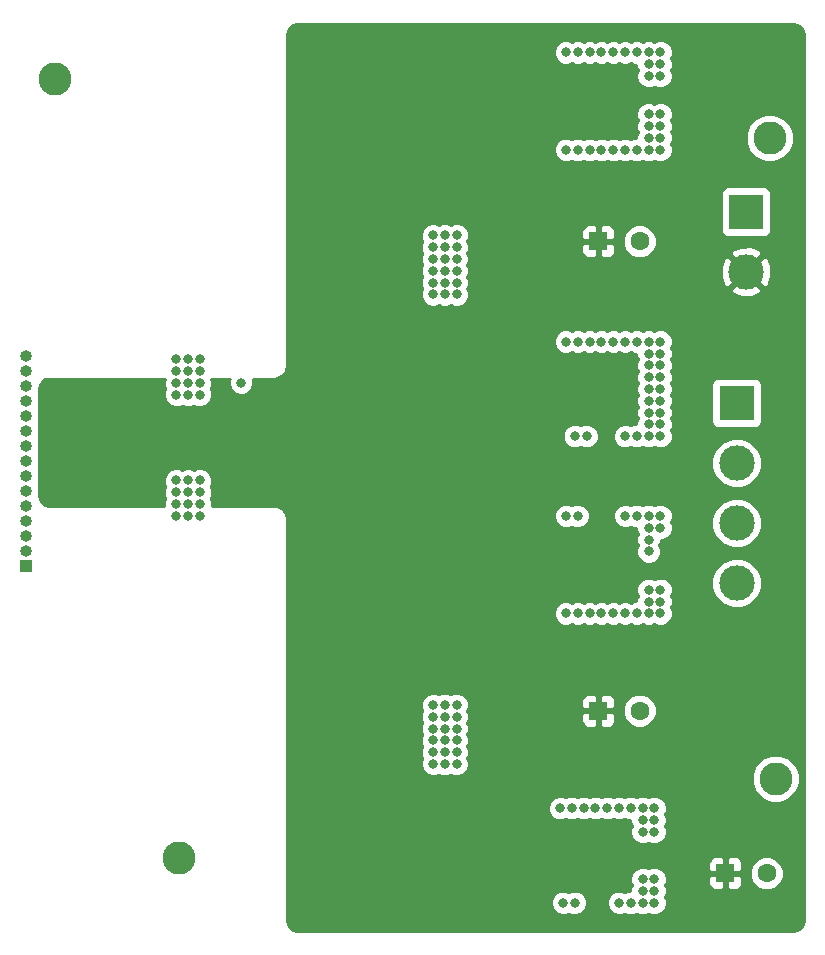
<source format=gbr>
G04 #@! TF.GenerationSoftware,KiCad,Pcbnew,5.0.2-bee76a0~70~ubuntu18.04.1*
G04 #@! TF.CreationDate,2019-02-27T20:57:34-05:00*
G04 #@! TF.ProjectId,Stepper Motor Prototype,53746570-7065-4722-904d-6f746f722050,rev?*
G04 #@! TF.SameCoordinates,Original*
G04 #@! TF.FileFunction,Copper,L3,Inr*
G04 #@! TF.FilePolarity,Positive*
%FSLAX46Y46*%
G04 Gerber Fmt 4.6, Leading zero omitted, Abs format (unit mm)*
G04 Created by KiCad (PCBNEW 5.0.2-bee76a0~70~ubuntu18.04.1) date Wed 27 Feb 2019 08:57:34 PM EST*
%MOMM*%
%LPD*%
G01*
G04 APERTURE LIST*
G04 #@! TA.AperFunction,ViaPad*
%ADD10C,3.000000*%
G04 #@! TD*
G04 #@! TA.AperFunction,ViaPad*
%ADD11R,3.000000X3.000000*%
G04 #@! TD*
G04 #@! TA.AperFunction,ViaPad*
%ADD12C,1.600000*%
G04 #@! TD*
G04 #@! TA.AperFunction,ViaPad*
%ADD13R,1.600000X1.600000*%
G04 #@! TD*
G04 #@! TA.AperFunction,ViaPad*
%ADD14C,2.800000*%
G04 #@! TD*
G04 #@! TA.AperFunction,ViaPad*
%ADD15O,1.000000X1.000000*%
G04 #@! TD*
G04 #@! TA.AperFunction,ViaPad*
%ADD16R,1.000000X1.000000*%
G04 #@! TD*
G04 #@! TA.AperFunction,ViaPad*
%ADD17C,0.800000*%
G04 #@! TD*
G04 #@! TA.AperFunction,Conductor*
%ADD18C,0.254000*%
G04 #@! TD*
G04 APERTURE END LIST*
D10*
G04 #@! TO.N,+24V*
G04 #@! TO.C,J2*
X174000000Y-72080000D03*
D11*
G04 #@! TO.N,GND*
X174000000Y-67000000D03*
G04 #@! TD*
D10*
G04 #@! TO.N,Net-(J3-Pad4)*
G04 #@! TO.C,J3*
X173200000Y-98440000D03*
D11*
G04 #@! TO.N,/AOUT1*
X173200000Y-83200000D03*
D10*
G04 #@! TO.N,Net-(J3-Pad3)*
X173200000Y-93360000D03*
G04 #@! TO.N,/AOUT2*
X173200000Y-88280000D03*
G04 #@! TD*
D12*
G04 #@! TO.N,GND*
G04 #@! TO.C,C1*
X175750000Y-123000000D03*
D13*
G04 #@! TO.N,+24V*
X172250000Y-123000000D03*
G04 #@! TD*
D14*
G04 #@! TO.N,GND*
G04 #@! TO.C,TP1*
X115500000Y-55750000D03*
G04 #@! TD*
G04 #@! TO.N,GND*
G04 #@! TO.C,TP2*
X176000000Y-60750000D03*
G04 #@! TD*
G04 #@! TO.N,GND*
G04 #@! TO.C,TP3*
X126000000Y-121750000D03*
G04 #@! TD*
G04 #@! TO.N,GND*
G04 #@! TO.C,TP4*
X176500000Y-115000000D03*
G04 #@! TD*
D15*
G04 #@! TO.N,Net-(J1-Pad15)*
G04 #@! TO.C,J1*
X113000000Y-79220000D03*
G04 #@! TO.N,Net-(J1-Pad14)*
X113000000Y-80490000D03*
G04 #@! TO.N,Net-(J1-Pad13)*
X113000000Y-81760000D03*
G04 #@! TO.N,Net-(J1-Pad12)*
X113000000Y-83030000D03*
G04 #@! TO.N,Net-(J1-Pad11)*
X113000000Y-84300000D03*
G04 #@! TO.N,Net-(J1-Pad10)*
X113000000Y-85570000D03*
G04 #@! TO.N,Net-(J1-Pad9)*
X113000000Y-86840000D03*
G04 #@! TO.N,Net-(J1-Pad8)*
X113000000Y-88110000D03*
G04 #@! TO.N,Net-(J1-Pad7)*
X113000000Y-89380000D03*
G04 #@! TO.N,Net-(J1-Pad6)*
X113000000Y-90650000D03*
G04 #@! TO.N,Net-(J1-Pad5)*
X113000000Y-91920000D03*
G04 #@! TO.N,Net-(J1-Pad4)*
X113000000Y-93190000D03*
G04 #@! TO.N,+3V3*
X113000000Y-94460000D03*
G04 #@! TO.N,+1V8*
X113000000Y-95730000D03*
D16*
G04 #@! TO.N,GND*
X113000000Y-97000000D03*
G04 #@! TD*
D13*
G04 #@! TO.N,+24V*
G04 #@! TO.C,C9*
X161500000Y-69500000D03*
D12*
G04 #@! TO.N,GND*
X165000000Y-69500000D03*
G04 #@! TD*
G04 #@! TO.N,GND*
G04 #@! TO.C,C12*
X165000000Y-109250000D03*
D13*
G04 #@! TO.N,+24V*
X161500000Y-109250000D03*
G04 #@! TD*
D17*
G04 #@! TO.N,GND*
X125750000Y-92750000D03*
X126750000Y-92750000D03*
X125750000Y-91750000D03*
X126750000Y-91750000D03*
X127750000Y-91750000D03*
X127750000Y-92750000D03*
X127750000Y-90750000D03*
X126750000Y-90750000D03*
X125750000Y-90750000D03*
X125750000Y-89750000D03*
X126750000Y-89750000D03*
X127750000Y-89750000D03*
X125750000Y-79500000D03*
X127750000Y-82500000D03*
X127750000Y-81500000D03*
X126750000Y-82500000D03*
X125750000Y-81500000D03*
X125750000Y-80500000D03*
X126750000Y-81500000D03*
X127750000Y-80500000D03*
X127750000Y-79500000D03*
X125750000Y-82500000D03*
X126750000Y-80500000D03*
X126750000Y-79500000D03*
X131251654Y-81474990D03*
X147500000Y-69000000D03*
X148500000Y-69000000D03*
X149500000Y-69000000D03*
X149500000Y-70000000D03*
X148500000Y-70000000D03*
X147500000Y-70000000D03*
X147500000Y-71000000D03*
X148500000Y-70000000D03*
X148500000Y-70000000D03*
X148500000Y-71000000D03*
X149500000Y-71000000D03*
X149500000Y-72000000D03*
X148500000Y-72000000D03*
X147500000Y-72000000D03*
X147500000Y-73000000D03*
X148500000Y-73000000D03*
X149500000Y-73000000D03*
X148500000Y-74000000D03*
X147500000Y-74000000D03*
X149500000Y-74000000D03*
X147500000Y-110750000D03*
X148500000Y-113750000D03*
X149500000Y-113750000D03*
X149500000Y-108750000D03*
X147500000Y-112750000D03*
X149500000Y-111750000D03*
X147500000Y-113750000D03*
X148500000Y-111750000D03*
X148500000Y-108750000D03*
X147500000Y-108750000D03*
X148500000Y-109750000D03*
X147500000Y-111750000D03*
X149500000Y-110750000D03*
X148500000Y-110750000D03*
X147500000Y-109750000D03*
X148500000Y-112750000D03*
X148500000Y-109750000D03*
X149500000Y-112750000D03*
X148500000Y-109750000D03*
X149500000Y-109750000D03*
G04 #@! TO.N,+24V*
X141750000Y-117500000D03*
X141750000Y-117500000D03*
X141750000Y-117500000D03*
X142750000Y-117500000D03*
X143750000Y-117500000D03*
X144750000Y-117500000D03*
X145750000Y-117500000D03*
X146750000Y-117500000D03*
X147750000Y-117500000D03*
X148750000Y-117500000D03*
X149750000Y-118500000D03*
X149750000Y-119500000D03*
X149750000Y-120500000D03*
X149750000Y-121500000D03*
X149750000Y-122500000D03*
X149750000Y-123500000D03*
X149750000Y-124500000D03*
X149600000Y-125400000D03*
X148750000Y-125500000D03*
X147750000Y-125500000D03*
X146750000Y-125500000D03*
X145750000Y-125500000D03*
X144750000Y-125500000D03*
X143750000Y-125500000D03*
X142750000Y-125500000D03*
X141750000Y-125500000D03*
X149750000Y-117500000D03*
X149750000Y-97000000D03*
X149750000Y-99000000D03*
X147750000Y-93000000D03*
X141750000Y-93000000D03*
X149750000Y-95000000D03*
X149750000Y-94000000D03*
X141750000Y-93000000D03*
X149750000Y-101000000D03*
X146750000Y-93000000D03*
X142750000Y-93000000D03*
X146750000Y-101000000D03*
X147750000Y-101000000D03*
X149750000Y-100000000D03*
X148750000Y-93000000D03*
X144750000Y-101000000D03*
X149750000Y-96000000D03*
X141750000Y-93000000D03*
X143750000Y-101000000D03*
X142750000Y-101000000D03*
X149750000Y-98000000D03*
X145750000Y-101000000D03*
X148750000Y-101000000D03*
X145750000Y-93000000D03*
X144750000Y-93000000D03*
X141750000Y-101000000D03*
X143750000Y-93000000D03*
X149750000Y-93000000D03*
X148750000Y-86000000D03*
X144750000Y-78000000D03*
X141750000Y-86000000D03*
X141750000Y-78000000D03*
X147750000Y-86000000D03*
X149750000Y-82000000D03*
X149750000Y-79000000D03*
X149750000Y-80000000D03*
X143750000Y-86000000D03*
X148750000Y-78000000D03*
X144750000Y-86000000D03*
X145750000Y-86000000D03*
X149750000Y-78000000D03*
X149750000Y-86000000D03*
X141750000Y-78000000D03*
X146750000Y-86000000D03*
X149750000Y-85000000D03*
X141750000Y-78000000D03*
X149750000Y-81000000D03*
X149750000Y-83000000D03*
X149750000Y-84000000D03*
X143750000Y-78000000D03*
X147750000Y-78000000D03*
X146750000Y-78000000D03*
X142750000Y-86000000D03*
X142750000Y-78000000D03*
X145750000Y-78000000D03*
X149250000Y-53500000D03*
X149250000Y-55500000D03*
X147250000Y-61500000D03*
X143250000Y-61500000D03*
X146250000Y-61500000D03*
X148250000Y-53500000D03*
X144250000Y-61500000D03*
X149250000Y-58500000D03*
X142250000Y-53500000D03*
X149250000Y-54500000D03*
X144250000Y-53500000D03*
X149250000Y-61500000D03*
X149250000Y-60500000D03*
X145250000Y-61500000D03*
X149250000Y-59500000D03*
X147250000Y-53500000D03*
X141250000Y-53500000D03*
X141250000Y-53500000D03*
X149250000Y-57500000D03*
X145250000Y-53500000D03*
X148250000Y-61500000D03*
X142250000Y-61500000D03*
X141250000Y-53500000D03*
X141250000Y-61500000D03*
X149250000Y-56500000D03*
X146250000Y-53500000D03*
X143250000Y-53500000D03*
X121050000Y-83200000D03*
G04 #@! TO.N,Net-(J3-Pad4)*
X158250000Y-117500000D03*
X159250000Y-117500000D03*
X160250000Y-117500000D03*
X161250000Y-117500000D03*
X162250000Y-117500000D03*
X163250000Y-117500000D03*
X164250000Y-117500000D03*
X165250000Y-117500000D03*
X166250000Y-117500000D03*
X166250000Y-118500000D03*
X165250000Y-118500000D03*
X165250000Y-119500000D03*
X166250000Y-119500000D03*
X166250000Y-123500000D03*
X165250000Y-123500000D03*
X165250000Y-124500000D03*
X166250000Y-124500000D03*
X166250000Y-125500000D03*
X165250000Y-125500000D03*
X164250000Y-125500000D03*
X163250000Y-125500000D03*
X159500000Y-125500000D03*
X158500000Y-125500000D03*
G04 #@! TO.N,Net-(J3-Pad3)*
X158750000Y-92750000D03*
X159750000Y-92750000D03*
X166750000Y-92750000D03*
X165750000Y-92750000D03*
X165750000Y-93750000D03*
X166750000Y-93750000D03*
X165750000Y-94750000D03*
X165750000Y-95750000D03*
X164750000Y-92750000D03*
X163750000Y-92750000D03*
X166750000Y-101000000D03*
X165750000Y-101000000D03*
X164750000Y-101000000D03*
X163750000Y-101000000D03*
X162750000Y-101000000D03*
X161750000Y-101000000D03*
X160750000Y-101000000D03*
X159750000Y-101000000D03*
X158750000Y-101000000D03*
X165750000Y-100000000D03*
X166750000Y-100000000D03*
X166750000Y-99000000D03*
X165750000Y-99000000D03*
G04 #@! TO.N,/AOUT1*
X158750000Y-53500000D03*
X159750000Y-53500000D03*
X160750000Y-53500000D03*
X161750000Y-53500000D03*
X162750000Y-53500000D03*
X163750000Y-53500000D03*
X164750000Y-53500000D03*
X165750000Y-53500000D03*
X166750000Y-53500000D03*
X166750000Y-54500000D03*
X165750000Y-54500000D03*
X165750000Y-55500000D03*
X166750000Y-55500000D03*
X166750000Y-61750000D03*
X165750000Y-61750000D03*
X165750000Y-61750000D03*
X165750000Y-61750000D03*
X165750000Y-60750000D03*
X166750000Y-60750000D03*
X166750000Y-59750000D03*
X165750000Y-59750000D03*
X165750000Y-58750000D03*
X166750000Y-58750000D03*
X164750000Y-61750000D03*
X163750000Y-61750000D03*
X162750000Y-61750000D03*
X161750000Y-61750000D03*
X160750000Y-61750000D03*
X159750000Y-61750000D03*
X158750000Y-61750000D03*
G04 #@! TO.N,/AOUT2*
X158750000Y-78000000D03*
X159750000Y-78000000D03*
X160750000Y-78000000D03*
X161750000Y-78000000D03*
X162750000Y-78000000D03*
X163750000Y-78000000D03*
X164750000Y-78000000D03*
X165750000Y-78000000D03*
X166750000Y-78000000D03*
X166750000Y-79000000D03*
X165750000Y-79000000D03*
X165750000Y-80000000D03*
X166750000Y-80000000D03*
X166750000Y-81000000D03*
X165750000Y-81000000D03*
X165750000Y-82000000D03*
X166750000Y-82000000D03*
X166750000Y-83000000D03*
X165750000Y-83000000D03*
X165750000Y-84000000D03*
X166750000Y-84000000D03*
X166750000Y-85000000D03*
X165750000Y-85000000D03*
X165750000Y-86000000D03*
X166750000Y-86000000D03*
X164750000Y-86000000D03*
X163750000Y-86000000D03*
X160500000Y-86000000D03*
X159500000Y-86000000D03*
G04 #@! TD*
D18*
G04 #@! TO.N,+24V*
G36*
X178333130Y-51195752D02*
X178615545Y-51384455D01*
X178804248Y-51666870D01*
X178873000Y-52012509D01*
X178873000Y-126987491D01*
X178804248Y-127333130D01*
X178615545Y-127615545D01*
X178333130Y-127804248D01*
X177987491Y-127873000D01*
X136012509Y-127873000D01*
X135666870Y-127804248D01*
X135384455Y-127615545D01*
X135195752Y-127333130D01*
X135127000Y-126987491D01*
X135127000Y-125294126D01*
X157465000Y-125294126D01*
X157465000Y-125705874D01*
X157622569Y-126086280D01*
X157913720Y-126377431D01*
X158294126Y-126535000D01*
X158705874Y-126535000D01*
X159000000Y-126413169D01*
X159294126Y-126535000D01*
X159705874Y-126535000D01*
X160086280Y-126377431D01*
X160377431Y-126086280D01*
X160535000Y-125705874D01*
X160535000Y-125294126D01*
X162215000Y-125294126D01*
X162215000Y-125705874D01*
X162372569Y-126086280D01*
X162663720Y-126377431D01*
X163044126Y-126535000D01*
X163455874Y-126535000D01*
X163750000Y-126413169D01*
X164044126Y-126535000D01*
X164455874Y-126535000D01*
X164750000Y-126413169D01*
X165044126Y-126535000D01*
X165455874Y-126535000D01*
X165750000Y-126413169D01*
X166044126Y-126535000D01*
X166455874Y-126535000D01*
X166836280Y-126377431D01*
X167127431Y-126086280D01*
X167285000Y-125705874D01*
X167285000Y-125294126D01*
X167163169Y-125000000D01*
X167285000Y-124705874D01*
X167285000Y-124294126D01*
X167163169Y-124000000D01*
X167285000Y-123705874D01*
X167285000Y-123294126D01*
X167281531Y-123285750D01*
X170815000Y-123285750D01*
X170815000Y-123926310D01*
X170911673Y-124159699D01*
X171090302Y-124338327D01*
X171323691Y-124435000D01*
X171964250Y-124435000D01*
X172123000Y-124276250D01*
X172123000Y-123127000D01*
X172377000Y-123127000D01*
X172377000Y-124276250D01*
X172535750Y-124435000D01*
X173176309Y-124435000D01*
X173409698Y-124338327D01*
X173588327Y-124159699D01*
X173685000Y-123926310D01*
X173685000Y-123285750D01*
X173526250Y-123127000D01*
X172377000Y-123127000D01*
X172123000Y-123127000D01*
X170973750Y-123127000D01*
X170815000Y-123285750D01*
X167281531Y-123285750D01*
X167127431Y-122913720D01*
X166836280Y-122622569D01*
X166455874Y-122465000D01*
X166044126Y-122465000D01*
X165750000Y-122586831D01*
X165455874Y-122465000D01*
X165044126Y-122465000D01*
X164663720Y-122622569D01*
X164372569Y-122913720D01*
X164215000Y-123294126D01*
X164215000Y-123705874D01*
X164336831Y-124000000D01*
X164215000Y-124294126D01*
X164215000Y-124465000D01*
X164044126Y-124465000D01*
X163750000Y-124586831D01*
X163455874Y-124465000D01*
X163044126Y-124465000D01*
X162663720Y-124622569D01*
X162372569Y-124913720D01*
X162215000Y-125294126D01*
X160535000Y-125294126D01*
X160377431Y-124913720D01*
X160086280Y-124622569D01*
X159705874Y-124465000D01*
X159294126Y-124465000D01*
X159000000Y-124586831D01*
X158705874Y-124465000D01*
X158294126Y-124465000D01*
X157913720Y-124622569D01*
X157622569Y-124913720D01*
X157465000Y-125294126D01*
X135127000Y-125294126D01*
X135127000Y-122073690D01*
X170815000Y-122073690D01*
X170815000Y-122714250D01*
X170973750Y-122873000D01*
X172123000Y-122873000D01*
X172123000Y-121723750D01*
X172377000Y-121723750D01*
X172377000Y-122873000D01*
X173526250Y-122873000D01*
X173684689Y-122714561D01*
X174315000Y-122714561D01*
X174315000Y-123285439D01*
X174533466Y-123812862D01*
X174937138Y-124216534D01*
X175464561Y-124435000D01*
X176035439Y-124435000D01*
X176562862Y-124216534D01*
X176966534Y-123812862D01*
X177185000Y-123285439D01*
X177185000Y-122714561D01*
X176966534Y-122187138D01*
X176562862Y-121783466D01*
X176035439Y-121565000D01*
X175464561Y-121565000D01*
X174937138Y-121783466D01*
X174533466Y-122187138D01*
X174315000Y-122714561D01*
X173684689Y-122714561D01*
X173685000Y-122714250D01*
X173685000Y-122073690D01*
X173588327Y-121840301D01*
X173409698Y-121661673D01*
X173176309Y-121565000D01*
X172535750Y-121565000D01*
X172377000Y-121723750D01*
X172123000Y-121723750D01*
X171964250Y-121565000D01*
X171323691Y-121565000D01*
X171090302Y-121661673D01*
X170911673Y-121840301D01*
X170815000Y-122073690D01*
X135127000Y-122073690D01*
X135127000Y-117294126D01*
X157215000Y-117294126D01*
X157215000Y-117705874D01*
X157372569Y-118086280D01*
X157663720Y-118377431D01*
X158044126Y-118535000D01*
X158455874Y-118535000D01*
X158750000Y-118413169D01*
X159044126Y-118535000D01*
X159455874Y-118535000D01*
X159750000Y-118413169D01*
X160044126Y-118535000D01*
X160455874Y-118535000D01*
X160750000Y-118413169D01*
X161044126Y-118535000D01*
X161455874Y-118535000D01*
X161750000Y-118413169D01*
X162044126Y-118535000D01*
X162455874Y-118535000D01*
X162750000Y-118413169D01*
X163044126Y-118535000D01*
X163455874Y-118535000D01*
X163750000Y-118413169D01*
X164044126Y-118535000D01*
X164215000Y-118535000D01*
X164215000Y-118705874D01*
X164336831Y-119000000D01*
X164215000Y-119294126D01*
X164215000Y-119705874D01*
X164372569Y-120086280D01*
X164663720Y-120377431D01*
X165044126Y-120535000D01*
X165455874Y-120535000D01*
X165750000Y-120413169D01*
X166044126Y-120535000D01*
X166455874Y-120535000D01*
X166836280Y-120377431D01*
X167127431Y-120086280D01*
X167285000Y-119705874D01*
X167285000Y-119294126D01*
X167163169Y-119000000D01*
X167285000Y-118705874D01*
X167285000Y-118294126D01*
X167163169Y-118000000D01*
X167285000Y-117705874D01*
X167285000Y-117294126D01*
X167127431Y-116913720D01*
X166836280Y-116622569D01*
X166455874Y-116465000D01*
X166044126Y-116465000D01*
X165750000Y-116586831D01*
X165455874Y-116465000D01*
X165044126Y-116465000D01*
X164750000Y-116586831D01*
X164455874Y-116465000D01*
X164044126Y-116465000D01*
X163750000Y-116586831D01*
X163455874Y-116465000D01*
X163044126Y-116465000D01*
X162750000Y-116586831D01*
X162455874Y-116465000D01*
X162044126Y-116465000D01*
X161750000Y-116586831D01*
X161455874Y-116465000D01*
X161044126Y-116465000D01*
X160750000Y-116586831D01*
X160455874Y-116465000D01*
X160044126Y-116465000D01*
X159750000Y-116586831D01*
X159455874Y-116465000D01*
X159044126Y-116465000D01*
X158750000Y-116586831D01*
X158455874Y-116465000D01*
X158044126Y-116465000D01*
X157663720Y-116622569D01*
X157372569Y-116913720D01*
X157215000Y-117294126D01*
X135127000Y-117294126D01*
X135127000Y-108544126D01*
X146465000Y-108544126D01*
X146465000Y-108955874D01*
X146586831Y-109250000D01*
X146465000Y-109544126D01*
X146465000Y-109955874D01*
X146586831Y-110250000D01*
X146465000Y-110544126D01*
X146465000Y-110955874D01*
X146586831Y-111250000D01*
X146465000Y-111544126D01*
X146465000Y-111955874D01*
X146586831Y-112250000D01*
X146465000Y-112544126D01*
X146465000Y-112955874D01*
X146586831Y-113250000D01*
X146465000Y-113544126D01*
X146465000Y-113955874D01*
X146622569Y-114336280D01*
X146913720Y-114627431D01*
X147294126Y-114785000D01*
X147705874Y-114785000D01*
X148000000Y-114663169D01*
X148294126Y-114785000D01*
X148705874Y-114785000D01*
X149000000Y-114663169D01*
X149294126Y-114785000D01*
X149705874Y-114785000D01*
X150086280Y-114627431D01*
X150118498Y-114595213D01*
X174465000Y-114595213D01*
X174465000Y-115404787D01*
X174774810Y-116152735D01*
X175347265Y-116725190D01*
X176095213Y-117035000D01*
X176904787Y-117035000D01*
X177652735Y-116725190D01*
X178225190Y-116152735D01*
X178535000Y-115404787D01*
X178535000Y-114595213D01*
X178225190Y-113847265D01*
X177652735Y-113274810D01*
X176904787Y-112965000D01*
X176095213Y-112965000D01*
X175347265Y-113274810D01*
X174774810Y-113847265D01*
X174465000Y-114595213D01*
X150118498Y-114595213D01*
X150377431Y-114336280D01*
X150535000Y-113955874D01*
X150535000Y-113544126D01*
X150413169Y-113250000D01*
X150535000Y-112955874D01*
X150535000Y-112544126D01*
X150413169Y-112250000D01*
X150535000Y-111955874D01*
X150535000Y-111544126D01*
X150413169Y-111250000D01*
X150535000Y-110955874D01*
X150535000Y-110544126D01*
X150413169Y-110250000D01*
X150535000Y-109955874D01*
X150535000Y-109544126D01*
X150531531Y-109535750D01*
X160065000Y-109535750D01*
X160065000Y-110176310D01*
X160161673Y-110409699D01*
X160340302Y-110588327D01*
X160573691Y-110685000D01*
X161214250Y-110685000D01*
X161373000Y-110526250D01*
X161373000Y-109377000D01*
X161627000Y-109377000D01*
X161627000Y-110526250D01*
X161785750Y-110685000D01*
X162426309Y-110685000D01*
X162659698Y-110588327D01*
X162838327Y-110409699D01*
X162935000Y-110176310D01*
X162935000Y-109535750D01*
X162776250Y-109377000D01*
X161627000Y-109377000D01*
X161373000Y-109377000D01*
X160223750Y-109377000D01*
X160065000Y-109535750D01*
X150531531Y-109535750D01*
X150413169Y-109250000D01*
X150535000Y-108955874D01*
X150535000Y-108544126D01*
X150443693Y-108323690D01*
X160065000Y-108323690D01*
X160065000Y-108964250D01*
X160223750Y-109123000D01*
X161373000Y-109123000D01*
X161373000Y-107973750D01*
X161627000Y-107973750D01*
X161627000Y-109123000D01*
X162776250Y-109123000D01*
X162934689Y-108964561D01*
X163565000Y-108964561D01*
X163565000Y-109535439D01*
X163783466Y-110062862D01*
X164187138Y-110466534D01*
X164714561Y-110685000D01*
X165285439Y-110685000D01*
X165812862Y-110466534D01*
X166216534Y-110062862D01*
X166435000Y-109535439D01*
X166435000Y-108964561D01*
X166216534Y-108437138D01*
X165812862Y-108033466D01*
X165285439Y-107815000D01*
X164714561Y-107815000D01*
X164187138Y-108033466D01*
X163783466Y-108437138D01*
X163565000Y-108964561D01*
X162934689Y-108964561D01*
X162935000Y-108964250D01*
X162935000Y-108323690D01*
X162838327Y-108090301D01*
X162659698Y-107911673D01*
X162426309Y-107815000D01*
X161785750Y-107815000D01*
X161627000Y-107973750D01*
X161373000Y-107973750D01*
X161214250Y-107815000D01*
X160573691Y-107815000D01*
X160340302Y-107911673D01*
X160161673Y-108090301D01*
X160065000Y-108323690D01*
X150443693Y-108323690D01*
X150377431Y-108163720D01*
X150086280Y-107872569D01*
X149705874Y-107715000D01*
X149294126Y-107715000D01*
X149000000Y-107836831D01*
X148705874Y-107715000D01*
X148294126Y-107715000D01*
X148000000Y-107836831D01*
X147705874Y-107715000D01*
X147294126Y-107715000D01*
X146913720Y-107872569D01*
X146622569Y-108163720D01*
X146465000Y-108544126D01*
X135127000Y-108544126D01*
X135127000Y-100794126D01*
X157715000Y-100794126D01*
X157715000Y-101205874D01*
X157872569Y-101586280D01*
X158163720Y-101877431D01*
X158544126Y-102035000D01*
X158955874Y-102035000D01*
X159250000Y-101913169D01*
X159544126Y-102035000D01*
X159955874Y-102035000D01*
X160250000Y-101913169D01*
X160544126Y-102035000D01*
X160955874Y-102035000D01*
X161250000Y-101913169D01*
X161544126Y-102035000D01*
X161955874Y-102035000D01*
X162250000Y-101913169D01*
X162544126Y-102035000D01*
X162955874Y-102035000D01*
X163250000Y-101913169D01*
X163544126Y-102035000D01*
X163955874Y-102035000D01*
X164250000Y-101913169D01*
X164544126Y-102035000D01*
X164955874Y-102035000D01*
X165250000Y-101913169D01*
X165544126Y-102035000D01*
X165955874Y-102035000D01*
X166250000Y-101913169D01*
X166544126Y-102035000D01*
X166955874Y-102035000D01*
X167336280Y-101877431D01*
X167627431Y-101586280D01*
X167785000Y-101205874D01*
X167785000Y-100794126D01*
X167663169Y-100500000D01*
X167785000Y-100205874D01*
X167785000Y-99794126D01*
X167663169Y-99500000D01*
X167785000Y-99205874D01*
X167785000Y-98794126D01*
X167627431Y-98413720D01*
X167336280Y-98122569D01*
X167077363Y-98015322D01*
X171065000Y-98015322D01*
X171065000Y-98864678D01*
X171390034Y-99649380D01*
X171990620Y-100249966D01*
X172775322Y-100575000D01*
X173624678Y-100575000D01*
X174409380Y-100249966D01*
X175009966Y-99649380D01*
X175335000Y-98864678D01*
X175335000Y-98015322D01*
X175009966Y-97230620D01*
X174409380Y-96630034D01*
X173624678Y-96305000D01*
X172775322Y-96305000D01*
X171990620Y-96630034D01*
X171390034Y-97230620D01*
X171065000Y-98015322D01*
X167077363Y-98015322D01*
X166955874Y-97965000D01*
X166544126Y-97965000D01*
X166250000Y-98086831D01*
X165955874Y-97965000D01*
X165544126Y-97965000D01*
X165163720Y-98122569D01*
X164872569Y-98413720D01*
X164715000Y-98794126D01*
X164715000Y-99205874D01*
X164836831Y-99500000D01*
X164715000Y-99794126D01*
X164715000Y-99965000D01*
X164544126Y-99965000D01*
X164250000Y-100086831D01*
X163955874Y-99965000D01*
X163544126Y-99965000D01*
X163250000Y-100086831D01*
X162955874Y-99965000D01*
X162544126Y-99965000D01*
X162250000Y-100086831D01*
X161955874Y-99965000D01*
X161544126Y-99965000D01*
X161250000Y-100086831D01*
X160955874Y-99965000D01*
X160544126Y-99965000D01*
X160250000Y-100086831D01*
X159955874Y-99965000D01*
X159544126Y-99965000D01*
X159250000Y-100086831D01*
X158955874Y-99965000D01*
X158544126Y-99965000D01*
X158163720Y-100122569D01*
X157872569Y-100413720D01*
X157715000Y-100794126D01*
X135127000Y-100794126D01*
X135127000Y-93000000D01*
X135124560Y-92975224D01*
X135048440Y-92592541D01*
X135029477Y-92546760D01*
X135027718Y-92544126D01*
X157715000Y-92544126D01*
X157715000Y-92955874D01*
X157872569Y-93336280D01*
X158163720Y-93627431D01*
X158544126Y-93785000D01*
X158955874Y-93785000D01*
X159250000Y-93663169D01*
X159544126Y-93785000D01*
X159955874Y-93785000D01*
X160336280Y-93627431D01*
X160627431Y-93336280D01*
X160785000Y-92955874D01*
X160785000Y-92544126D01*
X162715000Y-92544126D01*
X162715000Y-92955874D01*
X162872569Y-93336280D01*
X163163720Y-93627431D01*
X163544126Y-93785000D01*
X163955874Y-93785000D01*
X164250000Y-93663169D01*
X164544126Y-93785000D01*
X164715000Y-93785000D01*
X164715000Y-93955874D01*
X164836831Y-94250000D01*
X164715000Y-94544126D01*
X164715000Y-94955874D01*
X164836831Y-95250000D01*
X164715000Y-95544126D01*
X164715000Y-95955874D01*
X164872569Y-96336280D01*
X165163720Y-96627431D01*
X165544126Y-96785000D01*
X165955874Y-96785000D01*
X166336280Y-96627431D01*
X166627431Y-96336280D01*
X166785000Y-95955874D01*
X166785000Y-95544126D01*
X166663169Y-95250000D01*
X166785000Y-94955874D01*
X166785000Y-94785000D01*
X166955874Y-94785000D01*
X167336280Y-94627431D01*
X167627431Y-94336280D01*
X167785000Y-93955874D01*
X167785000Y-93544126D01*
X167663169Y-93250000D01*
X167785000Y-92955874D01*
X167785000Y-92935322D01*
X171065000Y-92935322D01*
X171065000Y-93784678D01*
X171390034Y-94569380D01*
X171990620Y-95169966D01*
X172775322Y-95495000D01*
X173624678Y-95495000D01*
X174409380Y-95169966D01*
X175009966Y-94569380D01*
X175335000Y-93784678D01*
X175335000Y-92935322D01*
X175009966Y-92150620D01*
X174409380Y-91550034D01*
X173624678Y-91225000D01*
X172775322Y-91225000D01*
X171990620Y-91550034D01*
X171390034Y-92150620D01*
X171065000Y-92935322D01*
X167785000Y-92935322D01*
X167785000Y-92544126D01*
X167627431Y-92163720D01*
X167336280Y-91872569D01*
X166955874Y-91715000D01*
X166544126Y-91715000D01*
X166250000Y-91836831D01*
X165955874Y-91715000D01*
X165544126Y-91715000D01*
X165250000Y-91836831D01*
X164955874Y-91715000D01*
X164544126Y-91715000D01*
X164250000Y-91836831D01*
X163955874Y-91715000D01*
X163544126Y-91715000D01*
X163163720Y-91872569D01*
X162872569Y-92163720D01*
X162715000Y-92544126D01*
X160785000Y-92544126D01*
X160627431Y-92163720D01*
X160336280Y-91872569D01*
X159955874Y-91715000D01*
X159544126Y-91715000D01*
X159250000Y-91836831D01*
X158955874Y-91715000D01*
X158544126Y-91715000D01*
X158163720Y-91872569D01*
X157872569Y-92163720D01*
X157715000Y-92544126D01*
X135027718Y-92544126D01*
X134812704Y-92222336D01*
X134777664Y-92187296D01*
X134453240Y-91970523D01*
X134407459Y-91951560D01*
X134024776Y-91875440D01*
X134000000Y-91873000D01*
X128785000Y-91873000D01*
X128785000Y-91544126D01*
X128663169Y-91250000D01*
X128785000Y-90955874D01*
X128785000Y-90544126D01*
X128663169Y-90250000D01*
X128785000Y-89955874D01*
X128785000Y-89544126D01*
X128627431Y-89163720D01*
X128336280Y-88872569D01*
X127955874Y-88715000D01*
X127544126Y-88715000D01*
X127250000Y-88836831D01*
X126955874Y-88715000D01*
X126544126Y-88715000D01*
X126250000Y-88836831D01*
X125955874Y-88715000D01*
X125544126Y-88715000D01*
X125163720Y-88872569D01*
X124872569Y-89163720D01*
X124715000Y-89544126D01*
X124715000Y-89955874D01*
X124836831Y-90250000D01*
X124715000Y-90544126D01*
X124715000Y-90955874D01*
X124836831Y-91250000D01*
X124715000Y-91544126D01*
X124715000Y-91873000D01*
X115012509Y-91873000D01*
X114666870Y-91804248D01*
X114384455Y-91615545D01*
X114195752Y-91333130D01*
X114127000Y-90987491D01*
X114127000Y-90802002D01*
X114157235Y-90650000D01*
X114127000Y-90497998D01*
X114127000Y-89532002D01*
X114157235Y-89380000D01*
X114127000Y-89227998D01*
X114127000Y-88262002D01*
X114157235Y-88110000D01*
X114127000Y-87957998D01*
X114127000Y-87855322D01*
X171065000Y-87855322D01*
X171065000Y-88704678D01*
X171390034Y-89489380D01*
X171990620Y-90089966D01*
X172775322Y-90415000D01*
X173624678Y-90415000D01*
X174409380Y-90089966D01*
X175009966Y-89489380D01*
X175335000Y-88704678D01*
X175335000Y-87855322D01*
X175009966Y-87070620D01*
X174409380Y-86470034D01*
X173624678Y-86145000D01*
X172775322Y-86145000D01*
X171990620Y-86470034D01*
X171390034Y-87070620D01*
X171065000Y-87855322D01*
X114127000Y-87855322D01*
X114127000Y-86992002D01*
X114157235Y-86840000D01*
X114127000Y-86687998D01*
X114127000Y-85794126D01*
X158465000Y-85794126D01*
X158465000Y-86205874D01*
X158622569Y-86586280D01*
X158913720Y-86877431D01*
X159294126Y-87035000D01*
X159705874Y-87035000D01*
X160000000Y-86913169D01*
X160294126Y-87035000D01*
X160705874Y-87035000D01*
X161086280Y-86877431D01*
X161377431Y-86586280D01*
X161535000Y-86205874D01*
X161535000Y-85794126D01*
X161377431Y-85413720D01*
X161086280Y-85122569D01*
X160705874Y-84965000D01*
X160294126Y-84965000D01*
X160000000Y-85086831D01*
X159705874Y-84965000D01*
X159294126Y-84965000D01*
X158913720Y-85122569D01*
X158622569Y-85413720D01*
X158465000Y-85794126D01*
X114127000Y-85794126D01*
X114127000Y-85722002D01*
X114157235Y-85570000D01*
X114127000Y-85417998D01*
X114127000Y-84452002D01*
X114157235Y-84300000D01*
X114127000Y-84147998D01*
X114127000Y-83182002D01*
X114157235Y-83030000D01*
X114127000Y-82877998D01*
X114127000Y-82012509D01*
X114195752Y-81666870D01*
X114384455Y-81384455D01*
X114666870Y-81195752D01*
X115012509Y-81127000D01*
X124784226Y-81127000D01*
X124715000Y-81294126D01*
X124715000Y-81705874D01*
X124836831Y-82000000D01*
X124715000Y-82294126D01*
X124715000Y-82705874D01*
X124872569Y-83086280D01*
X125163720Y-83377431D01*
X125544126Y-83535000D01*
X125955874Y-83535000D01*
X126250000Y-83413169D01*
X126544126Y-83535000D01*
X126955874Y-83535000D01*
X127250000Y-83413169D01*
X127544126Y-83535000D01*
X127955874Y-83535000D01*
X128336280Y-83377431D01*
X128627431Y-83086280D01*
X128785000Y-82705874D01*
X128785000Y-82294126D01*
X128663169Y-82000000D01*
X128785000Y-81705874D01*
X128785000Y-81294126D01*
X128715774Y-81127000D01*
X130275520Y-81127000D01*
X130216654Y-81269116D01*
X130216654Y-81680864D01*
X130374223Y-82061270D01*
X130665374Y-82352421D01*
X131045780Y-82509990D01*
X131457528Y-82509990D01*
X131837934Y-82352421D01*
X132129085Y-82061270D01*
X132286654Y-81680864D01*
X132286654Y-81269116D01*
X132227788Y-81127000D01*
X134000000Y-81127000D01*
X134024776Y-81124560D01*
X134407459Y-81048440D01*
X134453240Y-81029477D01*
X134777664Y-80812704D01*
X134812704Y-80777664D01*
X135029477Y-80453240D01*
X135048440Y-80407459D01*
X135124560Y-80024776D01*
X135127000Y-80000000D01*
X135127000Y-77794126D01*
X157715000Y-77794126D01*
X157715000Y-78205874D01*
X157872569Y-78586280D01*
X158163720Y-78877431D01*
X158544126Y-79035000D01*
X158955874Y-79035000D01*
X159250000Y-78913169D01*
X159544126Y-79035000D01*
X159955874Y-79035000D01*
X160250000Y-78913169D01*
X160544126Y-79035000D01*
X160955874Y-79035000D01*
X161250000Y-78913169D01*
X161544126Y-79035000D01*
X161955874Y-79035000D01*
X162250000Y-78913169D01*
X162544126Y-79035000D01*
X162955874Y-79035000D01*
X163250000Y-78913169D01*
X163544126Y-79035000D01*
X163955874Y-79035000D01*
X164250000Y-78913169D01*
X164544126Y-79035000D01*
X164715000Y-79035000D01*
X164715000Y-79205874D01*
X164836831Y-79500000D01*
X164715000Y-79794126D01*
X164715000Y-80205874D01*
X164836831Y-80500000D01*
X164715000Y-80794126D01*
X164715000Y-81205874D01*
X164836831Y-81500000D01*
X164715000Y-81794126D01*
X164715000Y-82205874D01*
X164836831Y-82500000D01*
X164715000Y-82794126D01*
X164715000Y-83205874D01*
X164836831Y-83500000D01*
X164715000Y-83794126D01*
X164715000Y-84205874D01*
X164836831Y-84500000D01*
X164715000Y-84794126D01*
X164715000Y-84965000D01*
X164544126Y-84965000D01*
X164250000Y-85086831D01*
X163955874Y-84965000D01*
X163544126Y-84965000D01*
X163163720Y-85122569D01*
X162872569Y-85413720D01*
X162715000Y-85794126D01*
X162715000Y-86205874D01*
X162872569Y-86586280D01*
X163163720Y-86877431D01*
X163544126Y-87035000D01*
X163955874Y-87035000D01*
X164250000Y-86913169D01*
X164544126Y-87035000D01*
X164955874Y-87035000D01*
X165250000Y-86913169D01*
X165544126Y-87035000D01*
X165955874Y-87035000D01*
X166250000Y-86913169D01*
X166544126Y-87035000D01*
X166955874Y-87035000D01*
X167336280Y-86877431D01*
X167627431Y-86586280D01*
X167785000Y-86205874D01*
X167785000Y-85794126D01*
X167663169Y-85500000D01*
X167785000Y-85205874D01*
X167785000Y-84794126D01*
X167663169Y-84500000D01*
X167785000Y-84205874D01*
X167785000Y-83794126D01*
X167663169Y-83500000D01*
X167785000Y-83205874D01*
X167785000Y-82794126D01*
X167663169Y-82500000D01*
X167785000Y-82205874D01*
X167785000Y-81794126D01*
X167746012Y-81700000D01*
X171052560Y-81700000D01*
X171052560Y-84700000D01*
X171101843Y-84947765D01*
X171242191Y-85157809D01*
X171452235Y-85298157D01*
X171700000Y-85347440D01*
X174700000Y-85347440D01*
X174947765Y-85298157D01*
X175157809Y-85157809D01*
X175298157Y-84947765D01*
X175347440Y-84700000D01*
X175347440Y-81700000D01*
X175298157Y-81452235D01*
X175157809Y-81242191D01*
X174947765Y-81101843D01*
X174700000Y-81052560D01*
X171700000Y-81052560D01*
X171452235Y-81101843D01*
X171242191Y-81242191D01*
X171101843Y-81452235D01*
X171052560Y-81700000D01*
X167746012Y-81700000D01*
X167663169Y-81500000D01*
X167785000Y-81205874D01*
X167785000Y-80794126D01*
X167663169Y-80500000D01*
X167785000Y-80205874D01*
X167785000Y-79794126D01*
X167663169Y-79500000D01*
X167785000Y-79205874D01*
X167785000Y-78794126D01*
X167663169Y-78500000D01*
X167785000Y-78205874D01*
X167785000Y-77794126D01*
X167627431Y-77413720D01*
X167336280Y-77122569D01*
X166955874Y-76965000D01*
X166544126Y-76965000D01*
X166250000Y-77086831D01*
X165955874Y-76965000D01*
X165544126Y-76965000D01*
X165250000Y-77086831D01*
X164955874Y-76965000D01*
X164544126Y-76965000D01*
X164250000Y-77086831D01*
X163955874Y-76965000D01*
X163544126Y-76965000D01*
X163250000Y-77086831D01*
X162955874Y-76965000D01*
X162544126Y-76965000D01*
X162250000Y-77086831D01*
X161955874Y-76965000D01*
X161544126Y-76965000D01*
X161250000Y-77086831D01*
X160955874Y-76965000D01*
X160544126Y-76965000D01*
X160250000Y-77086831D01*
X159955874Y-76965000D01*
X159544126Y-76965000D01*
X159250000Y-77086831D01*
X158955874Y-76965000D01*
X158544126Y-76965000D01*
X158163720Y-77122569D01*
X157872569Y-77413720D01*
X157715000Y-77794126D01*
X135127000Y-77794126D01*
X135127000Y-68794126D01*
X146465000Y-68794126D01*
X146465000Y-69205874D01*
X146586831Y-69500000D01*
X146465000Y-69794126D01*
X146465000Y-70205874D01*
X146586831Y-70500000D01*
X146465000Y-70794126D01*
X146465000Y-71205874D01*
X146586831Y-71500000D01*
X146465000Y-71794126D01*
X146465000Y-72205874D01*
X146586831Y-72500000D01*
X146465000Y-72794126D01*
X146465000Y-73205874D01*
X146586831Y-73500000D01*
X146465000Y-73794126D01*
X146465000Y-74205874D01*
X146622569Y-74586280D01*
X146913720Y-74877431D01*
X147294126Y-75035000D01*
X147705874Y-75035000D01*
X148000000Y-74913169D01*
X148294126Y-75035000D01*
X148705874Y-75035000D01*
X149000000Y-74913169D01*
X149294126Y-75035000D01*
X149705874Y-75035000D01*
X150086280Y-74877431D01*
X150377431Y-74586280D01*
X150535000Y-74205874D01*
X150535000Y-73794126D01*
X150452093Y-73593970D01*
X172665635Y-73593970D01*
X172825418Y-73912739D01*
X173616187Y-74222723D01*
X174465387Y-74206497D01*
X175174582Y-73912739D01*
X175334365Y-73593970D01*
X174000000Y-72259605D01*
X172665635Y-73593970D01*
X150452093Y-73593970D01*
X150413169Y-73500000D01*
X150535000Y-73205874D01*
X150535000Y-72794126D01*
X150413169Y-72500000D01*
X150535000Y-72205874D01*
X150535000Y-71794126D01*
X150494433Y-71696187D01*
X171857277Y-71696187D01*
X171873503Y-72545387D01*
X172167261Y-73254582D01*
X172486030Y-73414365D01*
X173820395Y-72080000D01*
X174179605Y-72080000D01*
X175513970Y-73414365D01*
X175832739Y-73254582D01*
X176142723Y-72463813D01*
X176126497Y-71614613D01*
X175832739Y-70905418D01*
X175513970Y-70745635D01*
X174179605Y-72080000D01*
X173820395Y-72080000D01*
X172486030Y-70745635D01*
X172167261Y-70905418D01*
X171857277Y-71696187D01*
X150494433Y-71696187D01*
X150413169Y-71500000D01*
X150535000Y-71205874D01*
X150535000Y-70794126D01*
X150413169Y-70500000D01*
X150535000Y-70205874D01*
X150535000Y-69794126D01*
X150531531Y-69785750D01*
X160065000Y-69785750D01*
X160065000Y-70426310D01*
X160161673Y-70659699D01*
X160340302Y-70838327D01*
X160573691Y-70935000D01*
X161214250Y-70935000D01*
X161373000Y-70776250D01*
X161373000Y-69627000D01*
X161627000Y-69627000D01*
X161627000Y-70776250D01*
X161785750Y-70935000D01*
X162426309Y-70935000D01*
X162659698Y-70838327D01*
X162838327Y-70659699D01*
X162935000Y-70426310D01*
X162935000Y-69785750D01*
X162776250Y-69627000D01*
X161627000Y-69627000D01*
X161373000Y-69627000D01*
X160223750Y-69627000D01*
X160065000Y-69785750D01*
X150531531Y-69785750D01*
X150413169Y-69500000D01*
X150535000Y-69205874D01*
X150535000Y-68794126D01*
X150443693Y-68573690D01*
X160065000Y-68573690D01*
X160065000Y-69214250D01*
X160223750Y-69373000D01*
X161373000Y-69373000D01*
X161373000Y-68223750D01*
X161627000Y-68223750D01*
X161627000Y-69373000D01*
X162776250Y-69373000D01*
X162934689Y-69214561D01*
X163565000Y-69214561D01*
X163565000Y-69785439D01*
X163783466Y-70312862D01*
X164187138Y-70716534D01*
X164714561Y-70935000D01*
X165285439Y-70935000D01*
X165812862Y-70716534D01*
X165963366Y-70566030D01*
X172665635Y-70566030D01*
X174000000Y-71900395D01*
X175334365Y-70566030D01*
X175174582Y-70247261D01*
X174383813Y-69937277D01*
X173534613Y-69953503D01*
X172825418Y-70247261D01*
X172665635Y-70566030D01*
X165963366Y-70566030D01*
X166216534Y-70312862D01*
X166435000Y-69785439D01*
X166435000Y-69214561D01*
X166216534Y-68687138D01*
X165812862Y-68283466D01*
X165285439Y-68065000D01*
X164714561Y-68065000D01*
X164187138Y-68283466D01*
X163783466Y-68687138D01*
X163565000Y-69214561D01*
X162934689Y-69214561D01*
X162935000Y-69214250D01*
X162935000Y-68573690D01*
X162838327Y-68340301D01*
X162659698Y-68161673D01*
X162426309Y-68065000D01*
X161785750Y-68065000D01*
X161627000Y-68223750D01*
X161373000Y-68223750D01*
X161214250Y-68065000D01*
X160573691Y-68065000D01*
X160340302Y-68161673D01*
X160161673Y-68340301D01*
X160065000Y-68573690D01*
X150443693Y-68573690D01*
X150377431Y-68413720D01*
X150086280Y-68122569D01*
X149705874Y-67965000D01*
X149294126Y-67965000D01*
X149000000Y-68086831D01*
X148705874Y-67965000D01*
X148294126Y-67965000D01*
X148000000Y-68086831D01*
X147705874Y-67965000D01*
X147294126Y-67965000D01*
X146913720Y-68122569D01*
X146622569Y-68413720D01*
X146465000Y-68794126D01*
X135127000Y-68794126D01*
X135127000Y-65500000D01*
X171852560Y-65500000D01*
X171852560Y-68500000D01*
X171901843Y-68747765D01*
X172042191Y-68957809D01*
X172252235Y-69098157D01*
X172500000Y-69147440D01*
X175500000Y-69147440D01*
X175747765Y-69098157D01*
X175957809Y-68957809D01*
X176098157Y-68747765D01*
X176147440Y-68500000D01*
X176147440Y-65500000D01*
X176098157Y-65252235D01*
X175957809Y-65042191D01*
X175747765Y-64901843D01*
X175500000Y-64852560D01*
X172500000Y-64852560D01*
X172252235Y-64901843D01*
X172042191Y-65042191D01*
X171901843Y-65252235D01*
X171852560Y-65500000D01*
X135127000Y-65500000D01*
X135127000Y-61544126D01*
X157715000Y-61544126D01*
X157715000Y-61955874D01*
X157872569Y-62336280D01*
X158163720Y-62627431D01*
X158544126Y-62785000D01*
X158955874Y-62785000D01*
X159250000Y-62663169D01*
X159544126Y-62785000D01*
X159955874Y-62785000D01*
X160250000Y-62663169D01*
X160544126Y-62785000D01*
X160955874Y-62785000D01*
X161250000Y-62663169D01*
X161544126Y-62785000D01*
X161955874Y-62785000D01*
X162250000Y-62663169D01*
X162544126Y-62785000D01*
X162955874Y-62785000D01*
X163250000Y-62663169D01*
X163544126Y-62785000D01*
X163955874Y-62785000D01*
X164250000Y-62663169D01*
X164544126Y-62785000D01*
X164955874Y-62785000D01*
X165250000Y-62663169D01*
X165544126Y-62785000D01*
X165955874Y-62785000D01*
X166250000Y-62663169D01*
X166544126Y-62785000D01*
X166955874Y-62785000D01*
X167336280Y-62627431D01*
X167627431Y-62336280D01*
X167785000Y-61955874D01*
X167785000Y-61544126D01*
X167663169Y-61250000D01*
X167785000Y-60955874D01*
X167785000Y-60544126D01*
X167702608Y-60345213D01*
X173965000Y-60345213D01*
X173965000Y-61154787D01*
X174274810Y-61902735D01*
X174847265Y-62475190D01*
X175595213Y-62785000D01*
X176404787Y-62785000D01*
X177152735Y-62475190D01*
X177725190Y-61902735D01*
X178035000Y-61154787D01*
X178035000Y-60345213D01*
X177725190Y-59597265D01*
X177152735Y-59024810D01*
X176404787Y-58715000D01*
X175595213Y-58715000D01*
X174847265Y-59024810D01*
X174274810Y-59597265D01*
X173965000Y-60345213D01*
X167702608Y-60345213D01*
X167663169Y-60250000D01*
X167785000Y-59955874D01*
X167785000Y-59544126D01*
X167663169Y-59250000D01*
X167785000Y-58955874D01*
X167785000Y-58544126D01*
X167627431Y-58163720D01*
X167336280Y-57872569D01*
X166955874Y-57715000D01*
X166544126Y-57715000D01*
X166250000Y-57836831D01*
X165955874Y-57715000D01*
X165544126Y-57715000D01*
X165163720Y-57872569D01*
X164872569Y-58163720D01*
X164715000Y-58544126D01*
X164715000Y-58955874D01*
X164836831Y-59250000D01*
X164715000Y-59544126D01*
X164715000Y-59955874D01*
X164836831Y-60250000D01*
X164715000Y-60544126D01*
X164715000Y-60715000D01*
X164544126Y-60715000D01*
X164250000Y-60836831D01*
X163955874Y-60715000D01*
X163544126Y-60715000D01*
X163250000Y-60836831D01*
X162955874Y-60715000D01*
X162544126Y-60715000D01*
X162250000Y-60836831D01*
X161955874Y-60715000D01*
X161544126Y-60715000D01*
X161250000Y-60836831D01*
X160955874Y-60715000D01*
X160544126Y-60715000D01*
X160250000Y-60836831D01*
X159955874Y-60715000D01*
X159544126Y-60715000D01*
X159250000Y-60836831D01*
X158955874Y-60715000D01*
X158544126Y-60715000D01*
X158163720Y-60872569D01*
X157872569Y-61163720D01*
X157715000Y-61544126D01*
X135127000Y-61544126D01*
X135127000Y-53294126D01*
X157715000Y-53294126D01*
X157715000Y-53705874D01*
X157872569Y-54086280D01*
X158163720Y-54377431D01*
X158544126Y-54535000D01*
X158955874Y-54535000D01*
X159250000Y-54413169D01*
X159544126Y-54535000D01*
X159955874Y-54535000D01*
X160250000Y-54413169D01*
X160544126Y-54535000D01*
X160955874Y-54535000D01*
X161250000Y-54413169D01*
X161544126Y-54535000D01*
X161955874Y-54535000D01*
X162250000Y-54413169D01*
X162544126Y-54535000D01*
X162955874Y-54535000D01*
X163250000Y-54413169D01*
X163544126Y-54535000D01*
X163955874Y-54535000D01*
X164250000Y-54413169D01*
X164544126Y-54535000D01*
X164715000Y-54535000D01*
X164715000Y-54705874D01*
X164836831Y-55000000D01*
X164715000Y-55294126D01*
X164715000Y-55705874D01*
X164872569Y-56086280D01*
X165163720Y-56377431D01*
X165544126Y-56535000D01*
X165955874Y-56535000D01*
X166250000Y-56413169D01*
X166544126Y-56535000D01*
X166955874Y-56535000D01*
X167336280Y-56377431D01*
X167627431Y-56086280D01*
X167785000Y-55705874D01*
X167785000Y-55294126D01*
X167663169Y-55000000D01*
X167785000Y-54705874D01*
X167785000Y-54294126D01*
X167663169Y-54000000D01*
X167785000Y-53705874D01*
X167785000Y-53294126D01*
X167627431Y-52913720D01*
X167336280Y-52622569D01*
X166955874Y-52465000D01*
X166544126Y-52465000D01*
X166250000Y-52586831D01*
X165955874Y-52465000D01*
X165544126Y-52465000D01*
X165250000Y-52586831D01*
X164955874Y-52465000D01*
X164544126Y-52465000D01*
X164250000Y-52586831D01*
X163955874Y-52465000D01*
X163544126Y-52465000D01*
X163250000Y-52586831D01*
X162955874Y-52465000D01*
X162544126Y-52465000D01*
X162250000Y-52586831D01*
X161955874Y-52465000D01*
X161544126Y-52465000D01*
X161250000Y-52586831D01*
X160955874Y-52465000D01*
X160544126Y-52465000D01*
X160250000Y-52586831D01*
X159955874Y-52465000D01*
X159544126Y-52465000D01*
X159250000Y-52586831D01*
X158955874Y-52465000D01*
X158544126Y-52465000D01*
X158163720Y-52622569D01*
X157872569Y-52913720D01*
X157715000Y-53294126D01*
X135127000Y-53294126D01*
X135127000Y-52012509D01*
X135195752Y-51666870D01*
X135384455Y-51384455D01*
X135666870Y-51195752D01*
X136012509Y-51127000D01*
X177987491Y-51127000D01*
X178333130Y-51195752D01*
X178333130Y-51195752D01*
G37*
X178333130Y-51195752D02*
X178615545Y-51384455D01*
X178804248Y-51666870D01*
X178873000Y-52012509D01*
X178873000Y-126987491D01*
X178804248Y-127333130D01*
X178615545Y-127615545D01*
X178333130Y-127804248D01*
X177987491Y-127873000D01*
X136012509Y-127873000D01*
X135666870Y-127804248D01*
X135384455Y-127615545D01*
X135195752Y-127333130D01*
X135127000Y-126987491D01*
X135127000Y-125294126D01*
X157465000Y-125294126D01*
X157465000Y-125705874D01*
X157622569Y-126086280D01*
X157913720Y-126377431D01*
X158294126Y-126535000D01*
X158705874Y-126535000D01*
X159000000Y-126413169D01*
X159294126Y-126535000D01*
X159705874Y-126535000D01*
X160086280Y-126377431D01*
X160377431Y-126086280D01*
X160535000Y-125705874D01*
X160535000Y-125294126D01*
X162215000Y-125294126D01*
X162215000Y-125705874D01*
X162372569Y-126086280D01*
X162663720Y-126377431D01*
X163044126Y-126535000D01*
X163455874Y-126535000D01*
X163750000Y-126413169D01*
X164044126Y-126535000D01*
X164455874Y-126535000D01*
X164750000Y-126413169D01*
X165044126Y-126535000D01*
X165455874Y-126535000D01*
X165750000Y-126413169D01*
X166044126Y-126535000D01*
X166455874Y-126535000D01*
X166836280Y-126377431D01*
X167127431Y-126086280D01*
X167285000Y-125705874D01*
X167285000Y-125294126D01*
X167163169Y-125000000D01*
X167285000Y-124705874D01*
X167285000Y-124294126D01*
X167163169Y-124000000D01*
X167285000Y-123705874D01*
X167285000Y-123294126D01*
X167281531Y-123285750D01*
X170815000Y-123285750D01*
X170815000Y-123926310D01*
X170911673Y-124159699D01*
X171090302Y-124338327D01*
X171323691Y-124435000D01*
X171964250Y-124435000D01*
X172123000Y-124276250D01*
X172123000Y-123127000D01*
X172377000Y-123127000D01*
X172377000Y-124276250D01*
X172535750Y-124435000D01*
X173176309Y-124435000D01*
X173409698Y-124338327D01*
X173588327Y-124159699D01*
X173685000Y-123926310D01*
X173685000Y-123285750D01*
X173526250Y-123127000D01*
X172377000Y-123127000D01*
X172123000Y-123127000D01*
X170973750Y-123127000D01*
X170815000Y-123285750D01*
X167281531Y-123285750D01*
X167127431Y-122913720D01*
X166836280Y-122622569D01*
X166455874Y-122465000D01*
X166044126Y-122465000D01*
X165750000Y-122586831D01*
X165455874Y-122465000D01*
X165044126Y-122465000D01*
X164663720Y-122622569D01*
X164372569Y-122913720D01*
X164215000Y-123294126D01*
X164215000Y-123705874D01*
X164336831Y-124000000D01*
X164215000Y-124294126D01*
X164215000Y-124465000D01*
X164044126Y-124465000D01*
X163750000Y-124586831D01*
X163455874Y-124465000D01*
X163044126Y-124465000D01*
X162663720Y-124622569D01*
X162372569Y-124913720D01*
X162215000Y-125294126D01*
X160535000Y-125294126D01*
X160377431Y-124913720D01*
X160086280Y-124622569D01*
X159705874Y-124465000D01*
X159294126Y-124465000D01*
X159000000Y-124586831D01*
X158705874Y-124465000D01*
X158294126Y-124465000D01*
X157913720Y-124622569D01*
X157622569Y-124913720D01*
X157465000Y-125294126D01*
X135127000Y-125294126D01*
X135127000Y-122073690D01*
X170815000Y-122073690D01*
X170815000Y-122714250D01*
X170973750Y-122873000D01*
X172123000Y-122873000D01*
X172123000Y-121723750D01*
X172377000Y-121723750D01*
X172377000Y-122873000D01*
X173526250Y-122873000D01*
X173684689Y-122714561D01*
X174315000Y-122714561D01*
X174315000Y-123285439D01*
X174533466Y-123812862D01*
X174937138Y-124216534D01*
X175464561Y-124435000D01*
X176035439Y-124435000D01*
X176562862Y-124216534D01*
X176966534Y-123812862D01*
X177185000Y-123285439D01*
X177185000Y-122714561D01*
X176966534Y-122187138D01*
X176562862Y-121783466D01*
X176035439Y-121565000D01*
X175464561Y-121565000D01*
X174937138Y-121783466D01*
X174533466Y-122187138D01*
X174315000Y-122714561D01*
X173684689Y-122714561D01*
X173685000Y-122714250D01*
X173685000Y-122073690D01*
X173588327Y-121840301D01*
X173409698Y-121661673D01*
X173176309Y-121565000D01*
X172535750Y-121565000D01*
X172377000Y-121723750D01*
X172123000Y-121723750D01*
X171964250Y-121565000D01*
X171323691Y-121565000D01*
X171090302Y-121661673D01*
X170911673Y-121840301D01*
X170815000Y-122073690D01*
X135127000Y-122073690D01*
X135127000Y-117294126D01*
X157215000Y-117294126D01*
X157215000Y-117705874D01*
X157372569Y-118086280D01*
X157663720Y-118377431D01*
X158044126Y-118535000D01*
X158455874Y-118535000D01*
X158750000Y-118413169D01*
X159044126Y-118535000D01*
X159455874Y-118535000D01*
X159750000Y-118413169D01*
X160044126Y-118535000D01*
X160455874Y-118535000D01*
X160750000Y-118413169D01*
X161044126Y-118535000D01*
X161455874Y-118535000D01*
X161750000Y-118413169D01*
X162044126Y-118535000D01*
X162455874Y-118535000D01*
X162750000Y-118413169D01*
X163044126Y-118535000D01*
X163455874Y-118535000D01*
X163750000Y-118413169D01*
X164044126Y-118535000D01*
X164215000Y-118535000D01*
X164215000Y-118705874D01*
X164336831Y-119000000D01*
X164215000Y-119294126D01*
X164215000Y-119705874D01*
X164372569Y-120086280D01*
X164663720Y-120377431D01*
X165044126Y-120535000D01*
X165455874Y-120535000D01*
X165750000Y-120413169D01*
X166044126Y-120535000D01*
X166455874Y-120535000D01*
X166836280Y-120377431D01*
X167127431Y-120086280D01*
X167285000Y-119705874D01*
X167285000Y-119294126D01*
X167163169Y-119000000D01*
X167285000Y-118705874D01*
X167285000Y-118294126D01*
X167163169Y-118000000D01*
X167285000Y-117705874D01*
X167285000Y-117294126D01*
X167127431Y-116913720D01*
X166836280Y-116622569D01*
X166455874Y-116465000D01*
X166044126Y-116465000D01*
X165750000Y-116586831D01*
X165455874Y-116465000D01*
X165044126Y-116465000D01*
X164750000Y-116586831D01*
X164455874Y-116465000D01*
X164044126Y-116465000D01*
X163750000Y-116586831D01*
X163455874Y-116465000D01*
X163044126Y-116465000D01*
X162750000Y-116586831D01*
X162455874Y-116465000D01*
X162044126Y-116465000D01*
X161750000Y-116586831D01*
X161455874Y-116465000D01*
X161044126Y-116465000D01*
X160750000Y-116586831D01*
X160455874Y-116465000D01*
X160044126Y-116465000D01*
X159750000Y-116586831D01*
X159455874Y-116465000D01*
X159044126Y-116465000D01*
X158750000Y-116586831D01*
X158455874Y-116465000D01*
X158044126Y-116465000D01*
X157663720Y-116622569D01*
X157372569Y-116913720D01*
X157215000Y-117294126D01*
X135127000Y-117294126D01*
X135127000Y-108544126D01*
X146465000Y-108544126D01*
X146465000Y-108955874D01*
X146586831Y-109250000D01*
X146465000Y-109544126D01*
X146465000Y-109955874D01*
X146586831Y-110250000D01*
X146465000Y-110544126D01*
X146465000Y-110955874D01*
X146586831Y-111250000D01*
X146465000Y-111544126D01*
X146465000Y-111955874D01*
X146586831Y-112250000D01*
X146465000Y-112544126D01*
X146465000Y-112955874D01*
X146586831Y-113250000D01*
X146465000Y-113544126D01*
X146465000Y-113955874D01*
X146622569Y-114336280D01*
X146913720Y-114627431D01*
X147294126Y-114785000D01*
X147705874Y-114785000D01*
X148000000Y-114663169D01*
X148294126Y-114785000D01*
X148705874Y-114785000D01*
X149000000Y-114663169D01*
X149294126Y-114785000D01*
X149705874Y-114785000D01*
X150086280Y-114627431D01*
X150118498Y-114595213D01*
X174465000Y-114595213D01*
X174465000Y-115404787D01*
X174774810Y-116152735D01*
X175347265Y-116725190D01*
X176095213Y-117035000D01*
X176904787Y-117035000D01*
X177652735Y-116725190D01*
X178225190Y-116152735D01*
X178535000Y-115404787D01*
X178535000Y-114595213D01*
X178225190Y-113847265D01*
X177652735Y-113274810D01*
X176904787Y-112965000D01*
X176095213Y-112965000D01*
X175347265Y-113274810D01*
X174774810Y-113847265D01*
X174465000Y-114595213D01*
X150118498Y-114595213D01*
X150377431Y-114336280D01*
X150535000Y-113955874D01*
X150535000Y-113544126D01*
X150413169Y-113250000D01*
X150535000Y-112955874D01*
X150535000Y-112544126D01*
X150413169Y-112250000D01*
X150535000Y-111955874D01*
X150535000Y-111544126D01*
X150413169Y-111250000D01*
X150535000Y-110955874D01*
X150535000Y-110544126D01*
X150413169Y-110250000D01*
X150535000Y-109955874D01*
X150535000Y-109544126D01*
X150531531Y-109535750D01*
X160065000Y-109535750D01*
X160065000Y-110176310D01*
X160161673Y-110409699D01*
X160340302Y-110588327D01*
X160573691Y-110685000D01*
X161214250Y-110685000D01*
X161373000Y-110526250D01*
X161373000Y-109377000D01*
X161627000Y-109377000D01*
X161627000Y-110526250D01*
X161785750Y-110685000D01*
X162426309Y-110685000D01*
X162659698Y-110588327D01*
X162838327Y-110409699D01*
X162935000Y-110176310D01*
X162935000Y-109535750D01*
X162776250Y-109377000D01*
X161627000Y-109377000D01*
X161373000Y-109377000D01*
X160223750Y-109377000D01*
X160065000Y-109535750D01*
X150531531Y-109535750D01*
X150413169Y-109250000D01*
X150535000Y-108955874D01*
X150535000Y-108544126D01*
X150443693Y-108323690D01*
X160065000Y-108323690D01*
X160065000Y-108964250D01*
X160223750Y-109123000D01*
X161373000Y-109123000D01*
X161373000Y-107973750D01*
X161627000Y-107973750D01*
X161627000Y-109123000D01*
X162776250Y-109123000D01*
X162934689Y-108964561D01*
X163565000Y-108964561D01*
X163565000Y-109535439D01*
X163783466Y-110062862D01*
X164187138Y-110466534D01*
X164714561Y-110685000D01*
X165285439Y-110685000D01*
X165812862Y-110466534D01*
X166216534Y-110062862D01*
X166435000Y-109535439D01*
X166435000Y-108964561D01*
X166216534Y-108437138D01*
X165812862Y-108033466D01*
X165285439Y-107815000D01*
X164714561Y-107815000D01*
X164187138Y-108033466D01*
X163783466Y-108437138D01*
X163565000Y-108964561D01*
X162934689Y-108964561D01*
X162935000Y-108964250D01*
X162935000Y-108323690D01*
X162838327Y-108090301D01*
X162659698Y-107911673D01*
X162426309Y-107815000D01*
X161785750Y-107815000D01*
X161627000Y-107973750D01*
X161373000Y-107973750D01*
X161214250Y-107815000D01*
X160573691Y-107815000D01*
X160340302Y-107911673D01*
X160161673Y-108090301D01*
X160065000Y-108323690D01*
X150443693Y-108323690D01*
X150377431Y-108163720D01*
X150086280Y-107872569D01*
X149705874Y-107715000D01*
X149294126Y-107715000D01*
X149000000Y-107836831D01*
X148705874Y-107715000D01*
X148294126Y-107715000D01*
X148000000Y-107836831D01*
X147705874Y-107715000D01*
X147294126Y-107715000D01*
X146913720Y-107872569D01*
X146622569Y-108163720D01*
X146465000Y-108544126D01*
X135127000Y-108544126D01*
X135127000Y-100794126D01*
X157715000Y-100794126D01*
X157715000Y-101205874D01*
X157872569Y-101586280D01*
X158163720Y-101877431D01*
X158544126Y-102035000D01*
X158955874Y-102035000D01*
X159250000Y-101913169D01*
X159544126Y-102035000D01*
X159955874Y-102035000D01*
X160250000Y-101913169D01*
X160544126Y-102035000D01*
X160955874Y-102035000D01*
X161250000Y-101913169D01*
X161544126Y-102035000D01*
X161955874Y-102035000D01*
X162250000Y-101913169D01*
X162544126Y-102035000D01*
X162955874Y-102035000D01*
X163250000Y-101913169D01*
X163544126Y-102035000D01*
X163955874Y-102035000D01*
X164250000Y-101913169D01*
X164544126Y-102035000D01*
X164955874Y-102035000D01*
X165250000Y-101913169D01*
X165544126Y-102035000D01*
X165955874Y-102035000D01*
X166250000Y-101913169D01*
X166544126Y-102035000D01*
X166955874Y-102035000D01*
X167336280Y-101877431D01*
X167627431Y-101586280D01*
X167785000Y-101205874D01*
X167785000Y-100794126D01*
X167663169Y-100500000D01*
X167785000Y-100205874D01*
X167785000Y-99794126D01*
X167663169Y-99500000D01*
X167785000Y-99205874D01*
X167785000Y-98794126D01*
X167627431Y-98413720D01*
X167336280Y-98122569D01*
X167077363Y-98015322D01*
X171065000Y-98015322D01*
X171065000Y-98864678D01*
X171390034Y-99649380D01*
X171990620Y-100249966D01*
X172775322Y-100575000D01*
X173624678Y-100575000D01*
X174409380Y-100249966D01*
X175009966Y-99649380D01*
X175335000Y-98864678D01*
X175335000Y-98015322D01*
X175009966Y-97230620D01*
X174409380Y-96630034D01*
X173624678Y-96305000D01*
X172775322Y-96305000D01*
X171990620Y-96630034D01*
X171390034Y-97230620D01*
X171065000Y-98015322D01*
X167077363Y-98015322D01*
X166955874Y-97965000D01*
X166544126Y-97965000D01*
X166250000Y-98086831D01*
X165955874Y-97965000D01*
X165544126Y-97965000D01*
X165163720Y-98122569D01*
X164872569Y-98413720D01*
X164715000Y-98794126D01*
X164715000Y-99205874D01*
X164836831Y-99500000D01*
X164715000Y-99794126D01*
X164715000Y-99965000D01*
X164544126Y-99965000D01*
X164250000Y-100086831D01*
X163955874Y-99965000D01*
X163544126Y-99965000D01*
X163250000Y-100086831D01*
X162955874Y-99965000D01*
X162544126Y-99965000D01*
X162250000Y-100086831D01*
X161955874Y-99965000D01*
X161544126Y-99965000D01*
X161250000Y-100086831D01*
X160955874Y-99965000D01*
X160544126Y-99965000D01*
X160250000Y-100086831D01*
X159955874Y-99965000D01*
X159544126Y-99965000D01*
X159250000Y-100086831D01*
X158955874Y-99965000D01*
X158544126Y-99965000D01*
X158163720Y-100122569D01*
X157872569Y-100413720D01*
X157715000Y-100794126D01*
X135127000Y-100794126D01*
X135127000Y-93000000D01*
X135124560Y-92975224D01*
X135048440Y-92592541D01*
X135029477Y-92546760D01*
X135027718Y-92544126D01*
X157715000Y-92544126D01*
X157715000Y-92955874D01*
X157872569Y-93336280D01*
X158163720Y-93627431D01*
X158544126Y-93785000D01*
X158955874Y-93785000D01*
X159250000Y-93663169D01*
X159544126Y-93785000D01*
X159955874Y-93785000D01*
X160336280Y-93627431D01*
X160627431Y-93336280D01*
X160785000Y-92955874D01*
X160785000Y-92544126D01*
X162715000Y-92544126D01*
X162715000Y-92955874D01*
X162872569Y-93336280D01*
X163163720Y-93627431D01*
X163544126Y-93785000D01*
X163955874Y-93785000D01*
X164250000Y-93663169D01*
X164544126Y-93785000D01*
X164715000Y-93785000D01*
X164715000Y-93955874D01*
X164836831Y-94250000D01*
X164715000Y-94544126D01*
X164715000Y-94955874D01*
X164836831Y-95250000D01*
X164715000Y-95544126D01*
X164715000Y-95955874D01*
X164872569Y-96336280D01*
X165163720Y-96627431D01*
X165544126Y-96785000D01*
X165955874Y-96785000D01*
X166336280Y-96627431D01*
X166627431Y-96336280D01*
X166785000Y-95955874D01*
X166785000Y-95544126D01*
X166663169Y-95250000D01*
X166785000Y-94955874D01*
X166785000Y-94785000D01*
X166955874Y-94785000D01*
X167336280Y-94627431D01*
X167627431Y-94336280D01*
X167785000Y-93955874D01*
X167785000Y-93544126D01*
X167663169Y-93250000D01*
X167785000Y-92955874D01*
X167785000Y-92935322D01*
X171065000Y-92935322D01*
X171065000Y-93784678D01*
X171390034Y-94569380D01*
X171990620Y-95169966D01*
X172775322Y-95495000D01*
X173624678Y-95495000D01*
X174409380Y-95169966D01*
X175009966Y-94569380D01*
X175335000Y-93784678D01*
X175335000Y-92935322D01*
X175009966Y-92150620D01*
X174409380Y-91550034D01*
X173624678Y-91225000D01*
X172775322Y-91225000D01*
X171990620Y-91550034D01*
X171390034Y-92150620D01*
X171065000Y-92935322D01*
X167785000Y-92935322D01*
X167785000Y-92544126D01*
X167627431Y-92163720D01*
X167336280Y-91872569D01*
X166955874Y-91715000D01*
X166544126Y-91715000D01*
X166250000Y-91836831D01*
X165955874Y-91715000D01*
X165544126Y-91715000D01*
X165250000Y-91836831D01*
X164955874Y-91715000D01*
X164544126Y-91715000D01*
X164250000Y-91836831D01*
X163955874Y-91715000D01*
X163544126Y-91715000D01*
X163163720Y-91872569D01*
X162872569Y-92163720D01*
X162715000Y-92544126D01*
X160785000Y-92544126D01*
X160627431Y-92163720D01*
X160336280Y-91872569D01*
X159955874Y-91715000D01*
X159544126Y-91715000D01*
X159250000Y-91836831D01*
X158955874Y-91715000D01*
X158544126Y-91715000D01*
X158163720Y-91872569D01*
X157872569Y-92163720D01*
X157715000Y-92544126D01*
X135027718Y-92544126D01*
X134812704Y-92222336D01*
X134777664Y-92187296D01*
X134453240Y-91970523D01*
X134407459Y-91951560D01*
X134024776Y-91875440D01*
X134000000Y-91873000D01*
X128785000Y-91873000D01*
X128785000Y-91544126D01*
X128663169Y-91250000D01*
X128785000Y-90955874D01*
X128785000Y-90544126D01*
X128663169Y-90250000D01*
X128785000Y-89955874D01*
X128785000Y-89544126D01*
X128627431Y-89163720D01*
X128336280Y-88872569D01*
X127955874Y-88715000D01*
X127544126Y-88715000D01*
X127250000Y-88836831D01*
X126955874Y-88715000D01*
X126544126Y-88715000D01*
X126250000Y-88836831D01*
X125955874Y-88715000D01*
X125544126Y-88715000D01*
X125163720Y-88872569D01*
X124872569Y-89163720D01*
X124715000Y-89544126D01*
X124715000Y-89955874D01*
X124836831Y-90250000D01*
X124715000Y-90544126D01*
X124715000Y-90955874D01*
X124836831Y-91250000D01*
X124715000Y-91544126D01*
X124715000Y-91873000D01*
X115012509Y-91873000D01*
X114666870Y-91804248D01*
X114384455Y-91615545D01*
X114195752Y-91333130D01*
X114127000Y-90987491D01*
X114127000Y-90802002D01*
X114157235Y-90650000D01*
X114127000Y-90497998D01*
X114127000Y-89532002D01*
X114157235Y-89380000D01*
X114127000Y-89227998D01*
X114127000Y-88262002D01*
X114157235Y-88110000D01*
X114127000Y-87957998D01*
X114127000Y-87855322D01*
X171065000Y-87855322D01*
X171065000Y-88704678D01*
X171390034Y-89489380D01*
X171990620Y-90089966D01*
X172775322Y-90415000D01*
X173624678Y-90415000D01*
X174409380Y-90089966D01*
X175009966Y-89489380D01*
X175335000Y-88704678D01*
X175335000Y-87855322D01*
X175009966Y-87070620D01*
X174409380Y-86470034D01*
X173624678Y-86145000D01*
X172775322Y-86145000D01*
X171990620Y-86470034D01*
X171390034Y-87070620D01*
X171065000Y-87855322D01*
X114127000Y-87855322D01*
X114127000Y-86992002D01*
X114157235Y-86840000D01*
X114127000Y-86687998D01*
X114127000Y-85794126D01*
X158465000Y-85794126D01*
X158465000Y-86205874D01*
X158622569Y-86586280D01*
X158913720Y-86877431D01*
X159294126Y-87035000D01*
X159705874Y-87035000D01*
X160000000Y-86913169D01*
X160294126Y-87035000D01*
X160705874Y-87035000D01*
X161086280Y-86877431D01*
X161377431Y-86586280D01*
X161535000Y-86205874D01*
X161535000Y-85794126D01*
X161377431Y-85413720D01*
X161086280Y-85122569D01*
X160705874Y-84965000D01*
X160294126Y-84965000D01*
X160000000Y-85086831D01*
X159705874Y-84965000D01*
X159294126Y-84965000D01*
X158913720Y-85122569D01*
X158622569Y-85413720D01*
X158465000Y-85794126D01*
X114127000Y-85794126D01*
X114127000Y-85722002D01*
X114157235Y-85570000D01*
X114127000Y-85417998D01*
X114127000Y-84452002D01*
X114157235Y-84300000D01*
X114127000Y-84147998D01*
X114127000Y-83182002D01*
X114157235Y-83030000D01*
X114127000Y-82877998D01*
X114127000Y-82012509D01*
X114195752Y-81666870D01*
X114384455Y-81384455D01*
X114666870Y-81195752D01*
X115012509Y-81127000D01*
X124784226Y-81127000D01*
X124715000Y-81294126D01*
X124715000Y-81705874D01*
X124836831Y-82000000D01*
X124715000Y-82294126D01*
X124715000Y-82705874D01*
X124872569Y-83086280D01*
X125163720Y-83377431D01*
X125544126Y-83535000D01*
X125955874Y-83535000D01*
X126250000Y-83413169D01*
X126544126Y-83535000D01*
X126955874Y-83535000D01*
X127250000Y-83413169D01*
X127544126Y-83535000D01*
X127955874Y-83535000D01*
X128336280Y-83377431D01*
X128627431Y-83086280D01*
X128785000Y-82705874D01*
X128785000Y-82294126D01*
X128663169Y-82000000D01*
X128785000Y-81705874D01*
X128785000Y-81294126D01*
X128715774Y-81127000D01*
X130275520Y-81127000D01*
X130216654Y-81269116D01*
X130216654Y-81680864D01*
X130374223Y-82061270D01*
X130665374Y-82352421D01*
X131045780Y-82509990D01*
X131457528Y-82509990D01*
X131837934Y-82352421D01*
X132129085Y-82061270D01*
X132286654Y-81680864D01*
X132286654Y-81269116D01*
X132227788Y-81127000D01*
X134000000Y-81127000D01*
X134024776Y-81124560D01*
X134407459Y-81048440D01*
X134453240Y-81029477D01*
X134777664Y-80812704D01*
X134812704Y-80777664D01*
X135029477Y-80453240D01*
X135048440Y-80407459D01*
X135124560Y-80024776D01*
X135127000Y-80000000D01*
X135127000Y-77794126D01*
X157715000Y-77794126D01*
X157715000Y-78205874D01*
X157872569Y-78586280D01*
X158163720Y-78877431D01*
X158544126Y-79035000D01*
X158955874Y-79035000D01*
X159250000Y-78913169D01*
X159544126Y-79035000D01*
X159955874Y-79035000D01*
X160250000Y-78913169D01*
X160544126Y-79035000D01*
X160955874Y-79035000D01*
X161250000Y-78913169D01*
X161544126Y-79035000D01*
X161955874Y-79035000D01*
X162250000Y-78913169D01*
X162544126Y-79035000D01*
X162955874Y-79035000D01*
X163250000Y-78913169D01*
X163544126Y-79035000D01*
X163955874Y-79035000D01*
X164250000Y-78913169D01*
X164544126Y-79035000D01*
X164715000Y-79035000D01*
X164715000Y-79205874D01*
X164836831Y-79500000D01*
X164715000Y-79794126D01*
X164715000Y-80205874D01*
X164836831Y-80500000D01*
X164715000Y-80794126D01*
X164715000Y-81205874D01*
X164836831Y-81500000D01*
X164715000Y-81794126D01*
X164715000Y-82205874D01*
X164836831Y-82500000D01*
X164715000Y-82794126D01*
X164715000Y-83205874D01*
X164836831Y-83500000D01*
X164715000Y-83794126D01*
X164715000Y-84205874D01*
X164836831Y-84500000D01*
X164715000Y-84794126D01*
X164715000Y-84965000D01*
X164544126Y-84965000D01*
X164250000Y-85086831D01*
X163955874Y-84965000D01*
X163544126Y-84965000D01*
X163163720Y-85122569D01*
X162872569Y-85413720D01*
X162715000Y-85794126D01*
X162715000Y-86205874D01*
X162872569Y-86586280D01*
X163163720Y-86877431D01*
X163544126Y-87035000D01*
X163955874Y-87035000D01*
X164250000Y-86913169D01*
X164544126Y-87035000D01*
X164955874Y-87035000D01*
X165250000Y-86913169D01*
X165544126Y-87035000D01*
X165955874Y-87035000D01*
X166250000Y-86913169D01*
X166544126Y-87035000D01*
X166955874Y-87035000D01*
X167336280Y-86877431D01*
X167627431Y-86586280D01*
X167785000Y-86205874D01*
X167785000Y-85794126D01*
X167663169Y-85500000D01*
X167785000Y-85205874D01*
X167785000Y-84794126D01*
X167663169Y-84500000D01*
X167785000Y-84205874D01*
X167785000Y-83794126D01*
X167663169Y-83500000D01*
X167785000Y-83205874D01*
X167785000Y-82794126D01*
X167663169Y-82500000D01*
X167785000Y-82205874D01*
X167785000Y-81794126D01*
X167746012Y-81700000D01*
X171052560Y-81700000D01*
X171052560Y-84700000D01*
X171101843Y-84947765D01*
X171242191Y-85157809D01*
X171452235Y-85298157D01*
X171700000Y-85347440D01*
X174700000Y-85347440D01*
X174947765Y-85298157D01*
X175157809Y-85157809D01*
X175298157Y-84947765D01*
X175347440Y-84700000D01*
X175347440Y-81700000D01*
X175298157Y-81452235D01*
X175157809Y-81242191D01*
X174947765Y-81101843D01*
X174700000Y-81052560D01*
X171700000Y-81052560D01*
X171452235Y-81101843D01*
X171242191Y-81242191D01*
X171101843Y-81452235D01*
X171052560Y-81700000D01*
X167746012Y-81700000D01*
X167663169Y-81500000D01*
X167785000Y-81205874D01*
X167785000Y-80794126D01*
X167663169Y-80500000D01*
X167785000Y-80205874D01*
X167785000Y-79794126D01*
X167663169Y-79500000D01*
X167785000Y-79205874D01*
X167785000Y-78794126D01*
X167663169Y-78500000D01*
X167785000Y-78205874D01*
X167785000Y-77794126D01*
X167627431Y-77413720D01*
X167336280Y-77122569D01*
X166955874Y-76965000D01*
X166544126Y-76965000D01*
X166250000Y-77086831D01*
X165955874Y-76965000D01*
X165544126Y-76965000D01*
X165250000Y-77086831D01*
X164955874Y-76965000D01*
X164544126Y-76965000D01*
X164250000Y-77086831D01*
X163955874Y-76965000D01*
X163544126Y-76965000D01*
X163250000Y-77086831D01*
X162955874Y-76965000D01*
X162544126Y-76965000D01*
X162250000Y-77086831D01*
X161955874Y-76965000D01*
X161544126Y-76965000D01*
X161250000Y-77086831D01*
X160955874Y-76965000D01*
X160544126Y-76965000D01*
X160250000Y-77086831D01*
X159955874Y-76965000D01*
X159544126Y-76965000D01*
X159250000Y-77086831D01*
X158955874Y-76965000D01*
X158544126Y-76965000D01*
X158163720Y-77122569D01*
X157872569Y-77413720D01*
X157715000Y-77794126D01*
X135127000Y-77794126D01*
X135127000Y-68794126D01*
X146465000Y-68794126D01*
X146465000Y-69205874D01*
X146586831Y-69500000D01*
X146465000Y-69794126D01*
X146465000Y-70205874D01*
X146586831Y-70500000D01*
X146465000Y-70794126D01*
X146465000Y-71205874D01*
X146586831Y-71500000D01*
X146465000Y-71794126D01*
X146465000Y-72205874D01*
X146586831Y-72500000D01*
X146465000Y-72794126D01*
X146465000Y-73205874D01*
X146586831Y-73500000D01*
X146465000Y-73794126D01*
X146465000Y-74205874D01*
X146622569Y-74586280D01*
X146913720Y-74877431D01*
X147294126Y-75035000D01*
X147705874Y-75035000D01*
X148000000Y-74913169D01*
X148294126Y-75035000D01*
X148705874Y-75035000D01*
X149000000Y-74913169D01*
X149294126Y-75035000D01*
X149705874Y-75035000D01*
X150086280Y-74877431D01*
X150377431Y-74586280D01*
X150535000Y-74205874D01*
X150535000Y-73794126D01*
X150452093Y-73593970D01*
X172665635Y-73593970D01*
X172825418Y-73912739D01*
X173616187Y-74222723D01*
X174465387Y-74206497D01*
X175174582Y-73912739D01*
X175334365Y-73593970D01*
X174000000Y-72259605D01*
X172665635Y-73593970D01*
X150452093Y-73593970D01*
X150413169Y-73500000D01*
X150535000Y-73205874D01*
X150535000Y-72794126D01*
X150413169Y-72500000D01*
X150535000Y-72205874D01*
X150535000Y-71794126D01*
X150494433Y-71696187D01*
X171857277Y-71696187D01*
X171873503Y-72545387D01*
X172167261Y-73254582D01*
X172486030Y-73414365D01*
X173820395Y-72080000D01*
X174179605Y-72080000D01*
X175513970Y-73414365D01*
X175832739Y-73254582D01*
X176142723Y-72463813D01*
X176126497Y-71614613D01*
X175832739Y-70905418D01*
X175513970Y-70745635D01*
X174179605Y-72080000D01*
X173820395Y-72080000D01*
X172486030Y-70745635D01*
X172167261Y-70905418D01*
X171857277Y-71696187D01*
X150494433Y-71696187D01*
X150413169Y-71500000D01*
X150535000Y-71205874D01*
X150535000Y-70794126D01*
X150413169Y-70500000D01*
X150535000Y-70205874D01*
X150535000Y-69794126D01*
X150531531Y-69785750D01*
X160065000Y-69785750D01*
X160065000Y-70426310D01*
X160161673Y-70659699D01*
X160340302Y-70838327D01*
X160573691Y-70935000D01*
X161214250Y-70935000D01*
X161373000Y-70776250D01*
X161373000Y-69627000D01*
X161627000Y-69627000D01*
X161627000Y-70776250D01*
X161785750Y-70935000D01*
X162426309Y-70935000D01*
X162659698Y-70838327D01*
X162838327Y-70659699D01*
X162935000Y-70426310D01*
X162935000Y-69785750D01*
X162776250Y-69627000D01*
X161627000Y-69627000D01*
X161373000Y-69627000D01*
X160223750Y-69627000D01*
X160065000Y-69785750D01*
X150531531Y-69785750D01*
X150413169Y-69500000D01*
X150535000Y-69205874D01*
X150535000Y-68794126D01*
X150443693Y-68573690D01*
X160065000Y-68573690D01*
X160065000Y-69214250D01*
X160223750Y-69373000D01*
X161373000Y-69373000D01*
X161373000Y-68223750D01*
X161627000Y-68223750D01*
X161627000Y-69373000D01*
X162776250Y-69373000D01*
X162934689Y-69214561D01*
X163565000Y-69214561D01*
X163565000Y-69785439D01*
X163783466Y-70312862D01*
X164187138Y-70716534D01*
X164714561Y-70935000D01*
X165285439Y-70935000D01*
X165812862Y-70716534D01*
X165963366Y-70566030D01*
X172665635Y-70566030D01*
X174000000Y-71900395D01*
X175334365Y-70566030D01*
X175174582Y-70247261D01*
X174383813Y-69937277D01*
X173534613Y-69953503D01*
X172825418Y-70247261D01*
X172665635Y-70566030D01*
X165963366Y-70566030D01*
X166216534Y-70312862D01*
X166435000Y-69785439D01*
X166435000Y-69214561D01*
X166216534Y-68687138D01*
X165812862Y-68283466D01*
X165285439Y-68065000D01*
X164714561Y-68065000D01*
X164187138Y-68283466D01*
X163783466Y-68687138D01*
X163565000Y-69214561D01*
X162934689Y-69214561D01*
X162935000Y-69214250D01*
X162935000Y-68573690D01*
X162838327Y-68340301D01*
X162659698Y-68161673D01*
X162426309Y-68065000D01*
X161785750Y-68065000D01*
X161627000Y-68223750D01*
X161373000Y-68223750D01*
X161214250Y-68065000D01*
X160573691Y-68065000D01*
X160340302Y-68161673D01*
X160161673Y-68340301D01*
X160065000Y-68573690D01*
X150443693Y-68573690D01*
X150377431Y-68413720D01*
X150086280Y-68122569D01*
X149705874Y-67965000D01*
X149294126Y-67965000D01*
X149000000Y-68086831D01*
X148705874Y-67965000D01*
X148294126Y-67965000D01*
X148000000Y-68086831D01*
X147705874Y-67965000D01*
X147294126Y-67965000D01*
X146913720Y-68122569D01*
X146622569Y-68413720D01*
X146465000Y-68794126D01*
X135127000Y-68794126D01*
X135127000Y-65500000D01*
X171852560Y-65500000D01*
X171852560Y-68500000D01*
X171901843Y-68747765D01*
X172042191Y-68957809D01*
X172252235Y-69098157D01*
X172500000Y-69147440D01*
X175500000Y-69147440D01*
X175747765Y-69098157D01*
X175957809Y-68957809D01*
X176098157Y-68747765D01*
X176147440Y-68500000D01*
X176147440Y-65500000D01*
X176098157Y-65252235D01*
X175957809Y-65042191D01*
X175747765Y-64901843D01*
X175500000Y-64852560D01*
X172500000Y-64852560D01*
X172252235Y-64901843D01*
X172042191Y-65042191D01*
X171901843Y-65252235D01*
X171852560Y-65500000D01*
X135127000Y-65500000D01*
X135127000Y-61544126D01*
X157715000Y-61544126D01*
X157715000Y-61955874D01*
X157872569Y-62336280D01*
X158163720Y-62627431D01*
X158544126Y-62785000D01*
X158955874Y-62785000D01*
X159250000Y-62663169D01*
X159544126Y-62785000D01*
X159955874Y-62785000D01*
X160250000Y-62663169D01*
X160544126Y-62785000D01*
X160955874Y-62785000D01*
X161250000Y-62663169D01*
X161544126Y-62785000D01*
X161955874Y-62785000D01*
X162250000Y-62663169D01*
X162544126Y-62785000D01*
X162955874Y-62785000D01*
X163250000Y-62663169D01*
X163544126Y-62785000D01*
X163955874Y-62785000D01*
X164250000Y-62663169D01*
X164544126Y-62785000D01*
X164955874Y-62785000D01*
X165250000Y-62663169D01*
X165544126Y-62785000D01*
X165955874Y-62785000D01*
X166250000Y-62663169D01*
X166544126Y-62785000D01*
X166955874Y-62785000D01*
X167336280Y-62627431D01*
X167627431Y-62336280D01*
X167785000Y-61955874D01*
X167785000Y-61544126D01*
X167663169Y-61250000D01*
X167785000Y-60955874D01*
X167785000Y-60544126D01*
X167702608Y-60345213D01*
X173965000Y-60345213D01*
X173965000Y-61154787D01*
X174274810Y-61902735D01*
X174847265Y-62475190D01*
X175595213Y-62785000D01*
X176404787Y-62785000D01*
X177152735Y-62475190D01*
X177725190Y-61902735D01*
X178035000Y-61154787D01*
X178035000Y-60345213D01*
X177725190Y-59597265D01*
X177152735Y-59024810D01*
X176404787Y-58715000D01*
X175595213Y-58715000D01*
X174847265Y-59024810D01*
X174274810Y-59597265D01*
X173965000Y-60345213D01*
X167702608Y-60345213D01*
X167663169Y-60250000D01*
X167785000Y-59955874D01*
X167785000Y-59544126D01*
X167663169Y-59250000D01*
X167785000Y-58955874D01*
X167785000Y-58544126D01*
X167627431Y-58163720D01*
X167336280Y-57872569D01*
X166955874Y-57715000D01*
X166544126Y-57715000D01*
X166250000Y-57836831D01*
X165955874Y-57715000D01*
X165544126Y-57715000D01*
X165163720Y-57872569D01*
X164872569Y-58163720D01*
X164715000Y-58544126D01*
X164715000Y-58955874D01*
X164836831Y-59250000D01*
X164715000Y-59544126D01*
X164715000Y-59955874D01*
X164836831Y-60250000D01*
X164715000Y-60544126D01*
X164715000Y-60715000D01*
X164544126Y-60715000D01*
X164250000Y-60836831D01*
X163955874Y-60715000D01*
X163544126Y-60715000D01*
X163250000Y-60836831D01*
X162955874Y-60715000D01*
X162544126Y-60715000D01*
X162250000Y-60836831D01*
X161955874Y-60715000D01*
X161544126Y-60715000D01*
X161250000Y-60836831D01*
X160955874Y-60715000D01*
X160544126Y-60715000D01*
X160250000Y-60836831D01*
X159955874Y-60715000D01*
X159544126Y-60715000D01*
X159250000Y-60836831D01*
X158955874Y-60715000D01*
X158544126Y-60715000D01*
X158163720Y-60872569D01*
X157872569Y-61163720D01*
X157715000Y-61544126D01*
X135127000Y-61544126D01*
X135127000Y-53294126D01*
X157715000Y-53294126D01*
X157715000Y-53705874D01*
X157872569Y-54086280D01*
X158163720Y-54377431D01*
X158544126Y-54535000D01*
X158955874Y-54535000D01*
X159250000Y-54413169D01*
X159544126Y-54535000D01*
X159955874Y-54535000D01*
X160250000Y-54413169D01*
X160544126Y-54535000D01*
X160955874Y-54535000D01*
X161250000Y-54413169D01*
X161544126Y-54535000D01*
X161955874Y-54535000D01*
X162250000Y-54413169D01*
X162544126Y-54535000D01*
X162955874Y-54535000D01*
X163250000Y-54413169D01*
X163544126Y-54535000D01*
X163955874Y-54535000D01*
X164250000Y-54413169D01*
X164544126Y-54535000D01*
X164715000Y-54535000D01*
X164715000Y-54705874D01*
X164836831Y-55000000D01*
X164715000Y-55294126D01*
X164715000Y-55705874D01*
X164872569Y-56086280D01*
X165163720Y-56377431D01*
X165544126Y-56535000D01*
X165955874Y-56535000D01*
X166250000Y-56413169D01*
X166544126Y-56535000D01*
X166955874Y-56535000D01*
X167336280Y-56377431D01*
X167627431Y-56086280D01*
X167785000Y-55705874D01*
X167785000Y-55294126D01*
X167663169Y-55000000D01*
X167785000Y-54705874D01*
X167785000Y-54294126D01*
X167663169Y-54000000D01*
X167785000Y-53705874D01*
X167785000Y-53294126D01*
X167627431Y-52913720D01*
X167336280Y-52622569D01*
X166955874Y-52465000D01*
X166544126Y-52465000D01*
X166250000Y-52586831D01*
X165955874Y-52465000D01*
X165544126Y-52465000D01*
X165250000Y-52586831D01*
X164955874Y-52465000D01*
X164544126Y-52465000D01*
X164250000Y-52586831D01*
X163955874Y-52465000D01*
X163544126Y-52465000D01*
X163250000Y-52586831D01*
X162955874Y-52465000D01*
X162544126Y-52465000D01*
X162250000Y-52586831D01*
X161955874Y-52465000D01*
X161544126Y-52465000D01*
X161250000Y-52586831D01*
X160955874Y-52465000D01*
X160544126Y-52465000D01*
X160250000Y-52586831D01*
X159955874Y-52465000D01*
X159544126Y-52465000D01*
X159250000Y-52586831D01*
X158955874Y-52465000D01*
X158544126Y-52465000D01*
X158163720Y-52622569D01*
X157872569Y-52913720D01*
X157715000Y-53294126D01*
X135127000Y-53294126D01*
X135127000Y-52012509D01*
X135195752Y-51666870D01*
X135384455Y-51384455D01*
X135666870Y-51195752D01*
X136012509Y-51127000D01*
X177987491Y-51127000D01*
X178333130Y-51195752D01*
G04 #@! TD*
M02*

</source>
